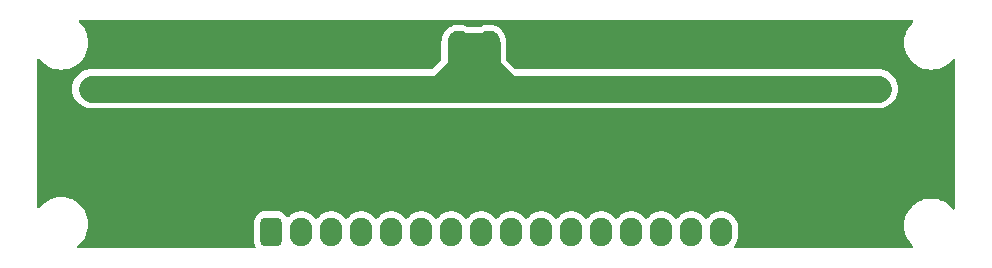
<source format=gbr>
%TF.GenerationSoftware,KiCad,Pcbnew,(6.0.4)*%
%TF.CreationDate,2022-09-19T09:43:28-03:00*%
%TF.ProjectId,Placa de sensores,506c6163-6120-4646-9520-73656e736f72,rev?*%
%TF.SameCoordinates,Original*%
%TF.FileFunction,Copper,L2,Bot*%
%TF.FilePolarity,Positive*%
%FSLAX46Y46*%
G04 Gerber Fmt 4.6, Leading zero omitted, Abs format (unit mm)*
G04 Created by KiCad (PCBNEW (6.0.4)) date 2022-09-19 09:43:28*
%MOMM*%
%LPD*%
G01*
G04 APERTURE LIST*
G04 Aperture macros list*
%AMRoundRect*
0 Rectangle with rounded corners*
0 $1 Rounding radius*
0 $2 $3 $4 $5 $6 $7 $8 $9 X,Y pos of 4 corners*
0 Add a 4 corners polygon primitive as box body*
4,1,4,$2,$3,$4,$5,$6,$7,$8,$9,$2,$3,0*
0 Add four circle primitives for the rounded corners*
1,1,$1+$1,$2,$3*
1,1,$1+$1,$4,$5*
1,1,$1+$1,$6,$7*
1,1,$1+$1,$8,$9*
0 Add four rect primitives between the rounded corners*
20,1,$1+$1,$2,$3,$4,$5,0*
20,1,$1+$1,$4,$5,$6,$7,0*
20,1,$1+$1,$6,$7,$8,$9,0*
20,1,$1+$1,$8,$9,$2,$3,0*%
G04 Aperture macros list end*
%TA.AperFunction,ComponentPad*%
%ADD10RoundRect,0.476250X0.476250X-0.730250X0.476250X0.730250X-0.476250X0.730250X-0.476250X-0.730250X0*%
%TD*%
%TA.AperFunction,ComponentPad*%
%ADD11O,1.905000X2.413000*%
%TD*%
%TA.AperFunction,ComponentPad*%
%ADD12RoundRect,0.476250X0.476250X-0.666750X0.476250X0.666750X-0.476250X0.666750X-0.476250X-0.666750X0*%
%TD*%
%TA.AperFunction,ComponentPad*%
%ADD13O,1.905000X2.286000*%
%TD*%
%TA.AperFunction,ViaPad*%
%ADD14C,1.778000*%
%TD*%
%TA.AperFunction,Conductor*%
%ADD15C,1.778000*%
%TD*%
%TA.AperFunction,Conductor*%
%ADD16C,1.905000*%
%TD*%
%TA.AperFunction,Conductor*%
%ADD17C,2.286000*%
%TD*%
%TA.AperFunction,Conductor*%
%ADD18C,1.016000*%
%TD*%
G04 APERTURE END LIST*
D10*
%TO.P,J1,1,Pin_1*%
%TO.N,/s1*%
X45720000Y-41275000D03*
D11*
%TO.P,J1,2,Pin_2*%
%TO.N,/s2*%
X48260000Y-41275000D03*
%TO.P,J1,3,Pin_3*%
%TO.N,/s3*%
X50800000Y-41275000D03*
%TO.P,J1,4,Pin_4*%
%TO.N,/s4*%
X53340000Y-41275000D03*
%TO.P,J1,5,Pin_5*%
%TO.N,/s5*%
X55880000Y-41275000D03*
%TO.P,J1,6,Pin_6*%
%TO.N,/s6*%
X58420000Y-41275000D03*
%TO.P,J1,7,Pin_7*%
%TO.N,/s7*%
X60960000Y-41275000D03*
%TO.P,J1,8,Pin_8*%
%TO.N,/s8*%
X63500000Y-41275000D03*
%TO.P,J1,9,Pin_9*%
%TO.N,/s9*%
X66040000Y-41275000D03*
%TO.P,J1,10,Pin_10*%
%TO.N,/s10*%
X68580000Y-41275000D03*
%TO.P,J1,11,Pin_11*%
%TO.N,/s11*%
X71120000Y-41275000D03*
%TO.P,J1,12,Pin_12*%
%TO.N,/s12*%
X73660000Y-41275000D03*
%TO.P,J1,13,Pin_13*%
%TO.N,/s13*%
X76200000Y-41275000D03*
%TO.P,J1,14,Pin_14*%
%TO.N,/s14*%
X78740000Y-41275000D03*
%TO.P,J1,15,Pin_15*%
%TO.N,/s15*%
X81280000Y-41275000D03*
%TO.P,J1,16,Pin_16*%
%TO.N,/s16*%
X83820000Y-41275000D03*
%TD*%
D12*
%TO.P,J2,1,Pin_1*%
%TO.N,GND*%
X59065008Y-25400000D03*
D13*
%TO.P,J2,2,Pin_2*%
%TO.N,+5V*%
X61605008Y-25400000D03*
%TO.P,J2,3,Pin_3*%
X64145008Y-25400000D03*
%TO.P,J2,4,Pin_4*%
%TO.N,GND*%
X66685008Y-25400000D03*
%TD*%
D14*
%TO.N,+5V*%
X57150000Y-29210000D03*
X61595000Y-29210000D03*
X92710000Y-29210000D03*
X34925000Y-29210000D03*
X39370000Y-29210000D03*
X70485000Y-29210000D03*
X97118141Y-29171103D03*
X66040000Y-29210000D03*
X52705000Y-29210000D03*
X74930000Y-29210000D03*
X43815000Y-29210000D03*
X83820000Y-29210000D03*
X88265000Y-29210000D03*
X48260000Y-29210000D03*
X79375000Y-29210000D03*
X30480000Y-29210000D03*
%TD*%
D15*
%TO.N,+5V*%
X64135000Y-25400000D02*
X62547500Y-26987500D01*
D16*
X64145008Y-25400000D02*
X64145008Y-27315008D01*
D17*
X30518887Y-29171113D02*
X59728887Y-29171113D01*
D16*
X61605008Y-25400000D02*
X64145008Y-25400000D01*
D18*
X30480000Y-29210000D02*
X30518897Y-29171103D01*
X61605000Y-25400000D02*
X61605000Y-26045000D01*
D16*
X61605008Y-25400000D02*
X61605008Y-29199992D01*
D18*
X64145000Y-25400000D02*
X64135000Y-25400000D01*
D16*
X61605008Y-26045008D02*
X62547500Y-26987500D01*
X61605008Y-25400000D02*
X61605008Y-27294992D01*
D18*
X61605000Y-29200000D02*
X61595000Y-29210000D01*
D16*
X64145008Y-27315008D02*
X66040000Y-29210000D01*
X61605008Y-27294992D02*
X59728887Y-29171113D01*
D15*
X62547500Y-26987500D02*
X64731113Y-29171113D01*
D17*
X64731113Y-29171113D02*
X97118145Y-29171113D01*
X59728887Y-29171113D02*
X64731113Y-29171113D01*
%TD*%
%TA.AperFunction,Conductor*%
%TO.N,GND*%
G36*
X100037181Y-23388502D02*
G01*
X100083674Y-23442158D01*
X100093778Y-23512432D01*
X100064284Y-23577012D01*
X100052137Y-23589232D01*
X99982827Y-23650015D01*
X99982820Y-23650022D01*
X99979731Y-23652731D01*
X99977022Y-23655820D01*
X99784823Y-23874980D01*
X99784819Y-23874986D01*
X99782105Y-23878080D01*
X99615584Y-24127297D01*
X99483017Y-24396117D01*
X99481692Y-24400022D01*
X99481691Y-24400023D01*
X99443545Y-24512399D01*
X99386672Y-24679940D01*
X99385868Y-24683984D01*
X99385866Y-24683990D01*
X99329961Y-24965044D01*
X99328197Y-24973911D01*
X99327928Y-24978016D01*
X99327927Y-24978023D01*
X99316578Y-25151187D01*
X99308594Y-25273000D01*
X99308864Y-25277119D01*
X99324857Y-25521122D01*
X99328197Y-25572089D01*
X99386672Y-25866060D01*
X99387999Y-25869969D01*
X99388000Y-25869973D01*
X99454687Y-26066426D01*
X99483017Y-26149883D01*
X99615584Y-26418703D01*
X99782105Y-26667920D01*
X99784819Y-26671014D01*
X99784823Y-26671020D01*
X99977022Y-26890180D01*
X99979731Y-26893269D01*
X99982820Y-26895978D01*
X100201980Y-27088177D01*
X100201986Y-27088181D01*
X100205080Y-27090895D01*
X100454297Y-27257416D01*
X100457996Y-27259240D01*
X100458001Y-27259243D01*
X100595905Y-27327249D01*
X100723117Y-27389983D01*
X100727022Y-27391308D01*
X100727023Y-27391309D01*
X101003027Y-27485000D01*
X101003031Y-27485001D01*
X101006940Y-27486328D01*
X101010984Y-27487132D01*
X101010990Y-27487134D01*
X101296872Y-27544000D01*
X101296878Y-27544001D01*
X101300911Y-27544803D01*
X101305016Y-27545072D01*
X101305023Y-27545073D01*
X101595881Y-27564136D01*
X101600000Y-27564406D01*
X101604119Y-27564136D01*
X101894977Y-27545073D01*
X101894984Y-27545072D01*
X101899089Y-27544803D01*
X101903122Y-27544001D01*
X101903128Y-27544000D01*
X102189010Y-27487134D01*
X102189016Y-27487132D01*
X102193060Y-27486328D01*
X102196969Y-27485001D01*
X102196973Y-27485000D01*
X102472977Y-27391309D01*
X102472978Y-27391308D01*
X102476883Y-27389983D01*
X102604095Y-27327249D01*
X102741999Y-27259243D01*
X102742004Y-27259240D01*
X102745703Y-27257416D01*
X102994920Y-27090895D01*
X102998014Y-27088181D01*
X102998020Y-27088177D01*
X103217180Y-26895978D01*
X103220269Y-26893269D01*
X103337910Y-26759125D01*
X103410768Y-26676047D01*
X103470722Y-26638020D01*
X103541717Y-26638442D01*
X103601214Y-26677181D01*
X103630322Y-26741936D01*
X103631500Y-26759125D01*
X103631500Y-39280875D01*
X103611498Y-39348996D01*
X103557842Y-39395489D01*
X103487568Y-39405593D01*
X103422988Y-39376099D01*
X103410768Y-39363953D01*
X103222978Y-39149820D01*
X103220269Y-39146731D01*
X103078976Y-39022820D01*
X102998020Y-38951823D01*
X102998014Y-38951819D01*
X102994920Y-38949105D01*
X102745703Y-38782584D01*
X102742004Y-38780760D01*
X102741999Y-38780757D01*
X102604095Y-38712751D01*
X102476883Y-38650017D01*
X102472977Y-38648691D01*
X102196973Y-38555000D01*
X102196969Y-38554999D01*
X102193060Y-38553672D01*
X102189016Y-38552868D01*
X102189010Y-38552866D01*
X101903128Y-38496000D01*
X101903122Y-38495999D01*
X101899089Y-38495197D01*
X101894984Y-38494928D01*
X101894977Y-38494927D01*
X101604119Y-38475864D01*
X101600000Y-38475594D01*
X101595881Y-38475864D01*
X101305023Y-38494927D01*
X101305016Y-38494928D01*
X101300911Y-38495197D01*
X101296878Y-38495999D01*
X101296872Y-38496000D01*
X101010990Y-38552866D01*
X101010984Y-38552868D01*
X101006940Y-38553672D01*
X101003031Y-38554999D01*
X101003027Y-38555000D01*
X100727023Y-38648691D01*
X100723117Y-38650017D01*
X100595905Y-38712751D01*
X100458001Y-38780757D01*
X100457996Y-38780760D01*
X100454297Y-38782584D01*
X100205080Y-38949105D01*
X100201986Y-38951819D01*
X100201980Y-38951823D01*
X100121024Y-39022820D01*
X99979731Y-39146731D01*
X99977022Y-39149820D01*
X99784823Y-39368980D01*
X99784819Y-39368986D01*
X99782105Y-39372080D01*
X99615584Y-39621297D01*
X99613760Y-39624996D01*
X99613757Y-39625001D01*
X99592796Y-39667507D01*
X99483017Y-39890117D01*
X99481692Y-39894022D01*
X99481691Y-39894023D01*
X99400624Y-40132840D01*
X99386672Y-40173940D01*
X99385868Y-40177984D01*
X99385866Y-40177990D01*
X99337816Y-40419554D01*
X99328197Y-40467911D01*
X99327928Y-40472016D01*
X99327927Y-40472023D01*
X99317188Y-40635881D01*
X99308594Y-40767000D01*
X99309887Y-40786724D01*
X99323043Y-40987446D01*
X99328197Y-41066089D01*
X99328999Y-41070122D01*
X99329000Y-41070128D01*
X99385866Y-41356010D01*
X99386672Y-41360060D01*
X99387999Y-41363969D01*
X99388000Y-41363973D01*
X99481691Y-41639977D01*
X99483017Y-41643883D01*
X99484841Y-41647581D01*
X99559298Y-41798565D01*
X99615584Y-41912703D01*
X99782105Y-42161920D01*
X99784819Y-42165014D01*
X99784823Y-42165020D01*
X99957066Y-42361425D01*
X99979731Y-42387269D01*
X99982820Y-42389978D01*
X99982827Y-42389985D01*
X100052137Y-42450768D01*
X100090165Y-42510721D01*
X100089743Y-42581717D01*
X100051005Y-42641214D01*
X99986250Y-42670322D01*
X99969060Y-42671500D01*
X85043838Y-42671500D01*
X84975717Y-42651498D01*
X84929224Y-42597842D01*
X84919120Y-42527568D01*
X84952746Y-42458448D01*
X84959301Y-42451588D01*
X85089811Y-42260269D01*
X85091774Y-42257391D01*
X85091775Y-42257390D01*
X85094686Y-42253122D01*
X85102664Y-42235936D01*
X85193658Y-42039905D01*
X85193659Y-42039901D01*
X85195837Y-42035210D01*
X85260040Y-41803702D01*
X85272167Y-41690226D01*
X85280644Y-41610907D01*
X85280644Y-41610899D01*
X85281000Y-41607572D01*
X85281000Y-40960098D01*
X85266322Y-40781563D01*
X85207794Y-40548556D01*
X85151703Y-40419554D01*
X85114057Y-40332974D01*
X85114055Y-40332971D01*
X85111997Y-40328237D01*
X85021645Y-40188575D01*
X84984310Y-40130863D01*
X84984308Y-40130860D01*
X84981502Y-40126523D01*
X84819814Y-39948830D01*
X84694390Y-39849776D01*
X84635330Y-39803133D01*
X84635325Y-39803130D01*
X84631276Y-39799932D01*
X84626760Y-39797439D01*
X84626757Y-39797437D01*
X84425474Y-39686323D01*
X84425470Y-39686321D01*
X84420950Y-39683826D01*
X84416081Y-39682102D01*
X84416077Y-39682100D01*
X84199360Y-39605356D01*
X84199356Y-39605355D01*
X84194485Y-39603630D01*
X84189392Y-39602723D01*
X84189389Y-39602722D01*
X83963052Y-39562405D01*
X83963046Y-39562404D01*
X83957963Y-39561499D01*
X83870600Y-39560432D01*
X83722907Y-39558627D01*
X83722905Y-39558627D01*
X83717737Y-39558564D01*
X83480256Y-39594904D01*
X83376957Y-39628667D01*
X83256817Y-39667934D01*
X83256811Y-39667937D01*
X83251899Y-39669542D01*
X83247313Y-39671929D01*
X83247309Y-39671931D01*
X83150310Y-39722426D01*
X83038800Y-39780475D01*
X83034657Y-39783585D01*
X83034658Y-39783585D01*
X82892771Y-39890117D01*
X82846680Y-39924723D01*
X82680699Y-40098412D01*
X82655465Y-40135403D01*
X82600556Y-40180404D01*
X82530032Y-40188575D01*
X82466284Y-40157321D01*
X82445589Y-40132840D01*
X82444311Y-40130865D01*
X82441502Y-40126523D01*
X82279814Y-39948830D01*
X82154390Y-39849776D01*
X82095330Y-39803133D01*
X82095325Y-39803130D01*
X82091276Y-39799932D01*
X82086760Y-39797439D01*
X82086757Y-39797437D01*
X81885474Y-39686323D01*
X81885470Y-39686321D01*
X81880950Y-39683826D01*
X81876081Y-39682102D01*
X81876077Y-39682100D01*
X81659360Y-39605356D01*
X81659356Y-39605355D01*
X81654485Y-39603630D01*
X81649392Y-39602723D01*
X81649389Y-39602722D01*
X81423052Y-39562405D01*
X81423046Y-39562404D01*
X81417963Y-39561499D01*
X81330600Y-39560432D01*
X81182907Y-39558627D01*
X81182905Y-39558627D01*
X81177737Y-39558564D01*
X80940256Y-39594904D01*
X80836957Y-39628667D01*
X80716817Y-39667934D01*
X80716811Y-39667937D01*
X80711899Y-39669542D01*
X80707313Y-39671929D01*
X80707309Y-39671931D01*
X80610310Y-39722426D01*
X80498800Y-39780475D01*
X80494657Y-39783585D01*
X80494658Y-39783585D01*
X80352771Y-39890117D01*
X80306680Y-39924723D01*
X80140699Y-40098412D01*
X80115465Y-40135403D01*
X80060556Y-40180404D01*
X79990032Y-40188575D01*
X79926284Y-40157321D01*
X79905589Y-40132840D01*
X79904311Y-40130865D01*
X79901502Y-40126523D01*
X79739814Y-39948830D01*
X79614390Y-39849776D01*
X79555330Y-39803133D01*
X79555325Y-39803130D01*
X79551276Y-39799932D01*
X79546760Y-39797439D01*
X79546757Y-39797437D01*
X79345474Y-39686323D01*
X79345470Y-39686321D01*
X79340950Y-39683826D01*
X79336081Y-39682102D01*
X79336077Y-39682100D01*
X79119360Y-39605356D01*
X79119356Y-39605355D01*
X79114485Y-39603630D01*
X79109392Y-39602723D01*
X79109389Y-39602722D01*
X78883052Y-39562405D01*
X78883046Y-39562404D01*
X78877963Y-39561499D01*
X78790600Y-39560432D01*
X78642907Y-39558627D01*
X78642905Y-39558627D01*
X78637737Y-39558564D01*
X78400256Y-39594904D01*
X78296957Y-39628667D01*
X78176817Y-39667934D01*
X78176811Y-39667937D01*
X78171899Y-39669542D01*
X78167313Y-39671929D01*
X78167309Y-39671931D01*
X78070310Y-39722426D01*
X77958800Y-39780475D01*
X77954657Y-39783585D01*
X77954658Y-39783585D01*
X77812771Y-39890117D01*
X77766680Y-39924723D01*
X77600699Y-40098412D01*
X77575465Y-40135403D01*
X77520556Y-40180404D01*
X77450032Y-40188575D01*
X77386284Y-40157321D01*
X77365589Y-40132840D01*
X77364311Y-40130865D01*
X77361502Y-40126523D01*
X77199814Y-39948830D01*
X77074390Y-39849776D01*
X77015330Y-39803133D01*
X77015325Y-39803130D01*
X77011276Y-39799932D01*
X77006760Y-39797439D01*
X77006757Y-39797437D01*
X76805474Y-39686323D01*
X76805470Y-39686321D01*
X76800950Y-39683826D01*
X76796081Y-39682102D01*
X76796077Y-39682100D01*
X76579360Y-39605356D01*
X76579356Y-39605355D01*
X76574485Y-39603630D01*
X76569392Y-39602723D01*
X76569389Y-39602722D01*
X76343052Y-39562405D01*
X76343046Y-39562404D01*
X76337963Y-39561499D01*
X76250600Y-39560432D01*
X76102907Y-39558627D01*
X76102905Y-39558627D01*
X76097737Y-39558564D01*
X75860256Y-39594904D01*
X75756957Y-39628667D01*
X75636817Y-39667934D01*
X75636811Y-39667937D01*
X75631899Y-39669542D01*
X75627313Y-39671929D01*
X75627309Y-39671931D01*
X75530310Y-39722426D01*
X75418800Y-39780475D01*
X75414657Y-39783585D01*
X75414658Y-39783585D01*
X75272771Y-39890117D01*
X75226680Y-39924723D01*
X75060699Y-40098412D01*
X75035465Y-40135403D01*
X74980556Y-40180404D01*
X74910032Y-40188575D01*
X74846284Y-40157321D01*
X74825589Y-40132840D01*
X74824311Y-40130865D01*
X74821502Y-40126523D01*
X74659814Y-39948830D01*
X74534390Y-39849776D01*
X74475330Y-39803133D01*
X74475325Y-39803130D01*
X74471276Y-39799932D01*
X74466760Y-39797439D01*
X74466757Y-39797437D01*
X74265474Y-39686323D01*
X74265470Y-39686321D01*
X74260950Y-39683826D01*
X74256081Y-39682102D01*
X74256077Y-39682100D01*
X74039360Y-39605356D01*
X74039356Y-39605355D01*
X74034485Y-39603630D01*
X74029392Y-39602723D01*
X74029389Y-39602722D01*
X73803052Y-39562405D01*
X73803046Y-39562404D01*
X73797963Y-39561499D01*
X73710600Y-39560432D01*
X73562907Y-39558627D01*
X73562905Y-39558627D01*
X73557737Y-39558564D01*
X73320256Y-39594904D01*
X73216957Y-39628667D01*
X73096817Y-39667934D01*
X73096811Y-39667937D01*
X73091899Y-39669542D01*
X73087313Y-39671929D01*
X73087309Y-39671931D01*
X72990310Y-39722426D01*
X72878800Y-39780475D01*
X72874657Y-39783585D01*
X72874658Y-39783585D01*
X72732771Y-39890117D01*
X72686680Y-39924723D01*
X72520699Y-40098412D01*
X72495465Y-40135403D01*
X72440556Y-40180404D01*
X72370032Y-40188575D01*
X72306284Y-40157321D01*
X72285589Y-40132840D01*
X72284311Y-40130865D01*
X72281502Y-40126523D01*
X72119814Y-39948830D01*
X71994390Y-39849776D01*
X71935330Y-39803133D01*
X71935325Y-39803130D01*
X71931276Y-39799932D01*
X71926760Y-39797439D01*
X71926757Y-39797437D01*
X71725474Y-39686323D01*
X71725470Y-39686321D01*
X71720950Y-39683826D01*
X71716081Y-39682102D01*
X71716077Y-39682100D01*
X71499360Y-39605356D01*
X71499356Y-39605355D01*
X71494485Y-39603630D01*
X71489392Y-39602723D01*
X71489389Y-39602722D01*
X71263052Y-39562405D01*
X71263046Y-39562404D01*
X71257963Y-39561499D01*
X71170600Y-39560432D01*
X71022907Y-39558627D01*
X71022905Y-39558627D01*
X71017737Y-39558564D01*
X70780256Y-39594904D01*
X70676957Y-39628667D01*
X70556817Y-39667934D01*
X70556811Y-39667937D01*
X70551899Y-39669542D01*
X70547313Y-39671929D01*
X70547309Y-39671931D01*
X70450310Y-39722426D01*
X70338800Y-39780475D01*
X70334657Y-39783585D01*
X70334658Y-39783585D01*
X70192771Y-39890117D01*
X70146680Y-39924723D01*
X69980699Y-40098412D01*
X69955465Y-40135403D01*
X69900556Y-40180404D01*
X69830032Y-40188575D01*
X69766284Y-40157321D01*
X69745589Y-40132840D01*
X69744311Y-40130865D01*
X69741502Y-40126523D01*
X69579814Y-39948830D01*
X69454390Y-39849776D01*
X69395330Y-39803133D01*
X69395325Y-39803130D01*
X69391276Y-39799932D01*
X69386760Y-39797439D01*
X69386757Y-39797437D01*
X69185474Y-39686323D01*
X69185470Y-39686321D01*
X69180950Y-39683826D01*
X69176081Y-39682102D01*
X69176077Y-39682100D01*
X68959360Y-39605356D01*
X68959356Y-39605355D01*
X68954485Y-39603630D01*
X68949392Y-39602723D01*
X68949389Y-39602722D01*
X68723052Y-39562405D01*
X68723046Y-39562404D01*
X68717963Y-39561499D01*
X68630600Y-39560432D01*
X68482907Y-39558627D01*
X68482905Y-39558627D01*
X68477737Y-39558564D01*
X68240256Y-39594904D01*
X68136957Y-39628667D01*
X68016817Y-39667934D01*
X68016811Y-39667937D01*
X68011899Y-39669542D01*
X68007313Y-39671929D01*
X68007309Y-39671931D01*
X67910310Y-39722426D01*
X67798800Y-39780475D01*
X67794657Y-39783585D01*
X67794658Y-39783585D01*
X67652771Y-39890117D01*
X67606680Y-39924723D01*
X67440699Y-40098412D01*
X67415465Y-40135403D01*
X67360556Y-40180404D01*
X67290032Y-40188575D01*
X67226284Y-40157321D01*
X67205589Y-40132840D01*
X67204311Y-40130865D01*
X67201502Y-40126523D01*
X67039814Y-39948830D01*
X66914390Y-39849776D01*
X66855330Y-39803133D01*
X66855325Y-39803130D01*
X66851276Y-39799932D01*
X66846760Y-39797439D01*
X66846757Y-39797437D01*
X66645474Y-39686323D01*
X66645470Y-39686321D01*
X66640950Y-39683826D01*
X66636081Y-39682102D01*
X66636077Y-39682100D01*
X66419360Y-39605356D01*
X66419356Y-39605355D01*
X66414485Y-39603630D01*
X66409392Y-39602723D01*
X66409389Y-39602722D01*
X66183052Y-39562405D01*
X66183046Y-39562404D01*
X66177963Y-39561499D01*
X66090600Y-39560432D01*
X65942907Y-39558627D01*
X65942905Y-39558627D01*
X65937737Y-39558564D01*
X65700256Y-39594904D01*
X65596957Y-39628667D01*
X65476817Y-39667934D01*
X65476811Y-39667937D01*
X65471899Y-39669542D01*
X65467313Y-39671929D01*
X65467309Y-39671931D01*
X65370310Y-39722426D01*
X65258800Y-39780475D01*
X65254657Y-39783585D01*
X65254658Y-39783585D01*
X65112771Y-39890117D01*
X65066680Y-39924723D01*
X64900699Y-40098412D01*
X64875465Y-40135403D01*
X64820556Y-40180404D01*
X64750032Y-40188575D01*
X64686284Y-40157321D01*
X64665589Y-40132840D01*
X64664311Y-40130865D01*
X64661502Y-40126523D01*
X64499814Y-39948830D01*
X64374390Y-39849776D01*
X64315330Y-39803133D01*
X64315325Y-39803130D01*
X64311276Y-39799932D01*
X64306760Y-39797439D01*
X64306757Y-39797437D01*
X64105474Y-39686323D01*
X64105470Y-39686321D01*
X64100950Y-39683826D01*
X64096081Y-39682102D01*
X64096077Y-39682100D01*
X63879360Y-39605356D01*
X63879356Y-39605355D01*
X63874485Y-39603630D01*
X63869392Y-39602723D01*
X63869389Y-39602722D01*
X63643052Y-39562405D01*
X63643046Y-39562404D01*
X63637963Y-39561499D01*
X63550600Y-39560432D01*
X63402907Y-39558627D01*
X63402905Y-39558627D01*
X63397737Y-39558564D01*
X63160256Y-39594904D01*
X63056957Y-39628667D01*
X62936817Y-39667934D01*
X62936811Y-39667937D01*
X62931899Y-39669542D01*
X62927313Y-39671929D01*
X62927309Y-39671931D01*
X62830310Y-39722426D01*
X62718800Y-39780475D01*
X62714657Y-39783585D01*
X62714658Y-39783585D01*
X62572771Y-39890117D01*
X62526680Y-39924723D01*
X62360699Y-40098412D01*
X62335465Y-40135403D01*
X62280556Y-40180404D01*
X62210032Y-40188575D01*
X62146284Y-40157321D01*
X62125589Y-40132840D01*
X62124311Y-40130865D01*
X62121502Y-40126523D01*
X61959814Y-39948830D01*
X61834390Y-39849776D01*
X61775330Y-39803133D01*
X61775325Y-39803130D01*
X61771276Y-39799932D01*
X61766760Y-39797439D01*
X61766757Y-39797437D01*
X61565474Y-39686323D01*
X61565470Y-39686321D01*
X61560950Y-39683826D01*
X61556081Y-39682102D01*
X61556077Y-39682100D01*
X61339360Y-39605356D01*
X61339356Y-39605355D01*
X61334485Y-39603630D01*
X61329392Y-39602723D01*
X61329389Y-39602722D01*
X61103052Y-39562405D01*
X61103046Y-39562404D01*
X61097963Y-39561499D01*
X61010600Y-39560432D01*
X60862907Y-39558627D01*
X60862905Y-39558627D01*
X60857737Y-39558564D01*
X60620256Y-39594904D01*
X60516957Y-39628667D01*
X60396817Y-39667934D01*
X60396811Y-39667937D01*
X60391899Y-39669542D01*
X60387313Y-39671929D01*
X60387309Y-39671931D01*
X60290310Y-39722426D01*
X60178800Y-39780475D01*
X60174657Y-39783585D01*
X60174658Y-39783585D01*
X60032771Y-39890117D01*
X59986680Y-39924723D01*
X59820699Y-40098412D01*
X59795465Y-40135403D01*
X59740556Y-40180404D01*
X59670032Y-40188575D01*
X59606284Y-40157321D01*
X59585589Y-40132840D01*
X59584311Y-40130865D01*
X59581502Y-40126523D01*
X59419814Y-39948830D01*
X59294390Y-39849776D01*
X59235330Y-39803133D01*
X59235325Y-39803130D01*
X59231276Y-39799932D01*
X59226760Y-39797439D01*
X59226757Y-39797437D01*
X59025474Y-39686323D01*
X59025470Y-39686321D01*
X59020950Y-39683826D01*
X59016081Y-39682102D01*
X59016077Y-39682100D01*
X58799360Y-39605356D01*
X58799356Y-39605355D01*
X58794485Y-39603630D01*
X58789392Y-39602723D01*
X58789389Y-39602722D01*
X58563052Y-39562405D01*
X58563046Y-39562404D01*
X58557963Y-39561499D01*
X58470600Y-39560432D01*
X58322907Y-39558627D01*
X58322905Y-39558627D01*
X58317737Y-39558564D01*
X58080256Y-39594904D01*
X57976957Y-39628667D01*
X57856817Y-39667934D01*
X57856811Y-39667937D01*
X57851899Y-39669542D01*
X57847313Y-39671929D01*
X57847309Y-39671931D01*
X57750310Y-39722426D01*
X57638800Y-39780475D01*
X57634657Y-39783585D01*
X57634658Y-39783585D01*
X57492771Y-39890117D01*
X57446680Y-39924723D01*
X57280699Y-40098412D01*
X57255465Y-40135403D01*
X57200556Y-40180404D01*
X57130032Y-40188575D01*
X57066284Y-40157321D01*
X57045589Y-40132840D01*
X57044311Y-40130865D01*
X57041502Y-40126523D01*
X56879814Y-39948830D01*
X56754390Y-39849776D01*
X56695330Y-39803133D01*
X56695325Y-39803130D01*
X56691276Y-39799932D01*
X56686760Y-39797439D01*
X56686757Y-39797437D01*
X56485474Y-39686323D01*
X56485470Y-39686321D01*
X56480950Y-39683826D01*
X56476081Y-39682102D01*
X56476077Y-39682100D01*
X56259360Y-39605356D01*
X56259356Y-39605355D01*
X56254485Y-39603630D01*
X56249392Y-39602723D01*
X56249389Y-39602722D01*
X56023052Y-39562405D01*
X56023046Y-39562404D01*
X56017963Y-39561499D01*
X55930600Y-39560432D01*
X55782907Y-39558627D01*
X55782905Y-39558627D01*
X55777737Y-39558564D01*
X55540256Y-39594904D01*
X55436957Y-39628667D01*
X55316817Y-39667934D01*
X55316811Y-39667937D01*
X55311899Y-39669542D01*
X55307313Y-39671929D01*
X55307309Y-39671931D01*
X55210310Y-39722426D01*
X55098800Y-39780475D01*
X55094657Y-39783585D01*
X55094658Y-39783585D01*
X54952771Y-39890117D01*
X54906680Y-39924723D01*
X54740699Y-40098412D01*
X54715465Y-40135403D01*
X54660556Y-40180404D01*
X54590032Y-40188575D01*
X54526284Y-40157321D01*
X54505589Y-40132840D01*
X54504311Y-40130865D01*
X54501502Y-40126523D01*
X54339814Y-39948830D01*
X54214390Y-39849776D01*
X54155330Y-39803133D01*
X54155325Y-39803130D01*
X54151276Y-39799932D01*
X54146760Y-39797439D01*
X54146757Y-39797437D01*
X53945474Y-39686323D01*
X53945470Y-39686321D01*
X53940950Y-39683826D01*
X53936081Y-39682102D01*
X53936077Y-39682100D01*
X53719360Y-39605356D01*
X53719356Y-39605355D01*
X53714485Y-39603630D01*
X53709392Y-39602723D01*
X53709389Y-39602722D01*
X53483052Y-39562405D01*
X53483046Y-39562404D01*
X53477963Y-39561499D01*
X53390600Y-39560432D01*
X53242907Y-39558627D01*
X53242905Y-39558627D01*
X53237737Y-39558564D01*
X53000256Y-39594904D01*
X52896957Y-39628667D01*
X52776817Y-39667934D01*
X52776811Y-39667937D01*
X52771899Y-39669542D01*
X52767313Y-39671929D01*
X52767309Y-39671931D01*
X52670310Y-39722426D01*
X52558800Y-39780475D01*
X52554657Y-39783585D01*
X52554658Y-39783585D01*
X52412771Y-39890117D01*
X52366680Y-39924723D01*
X52200699Y-40098412D01*
X52175465Y-40135403D01*
X52120556Y-40180404D01*
X52050032Y-40188575D01*
X51986284Y-40157321D01*
X51965589Y-40132840D01*
X51964311Y-40130865D01*
X51961502Y-40126523D01*
X51799814Y-39948830D01*
X51674390Y-39849776D01*
X51615330Y-39803133D01*
X51615325Y-39803130D01*
X51611276Y-39799932D01*
X51606760Y-39797439D01*
X51606757Y-39797437D01*
X51405474Y-39686323D01*
X51405470Y-39686321D01*
X51400950Y-39683826D01*
X51396081Y-39682102D01*
X51396077Y-39682100D01*
X51179360Y-39605356D01*
X51179356Y-39605355D01*
X51174485Y-39603630D01*
X51169392Y-39602723D01*
X51169389Y-39602722D01*
X50943052Y-39562405D01*
X50943046Y-39562404D01*
X50937963Y-39561499D01*
X50850600Y-39560432D01*
X50702907Y-39558627D01*
X50702905Y-39558627D01*
X50697737Y-39558564D01*
X50460256Y-39594904D01*
X50356957Y-39628667D01*
X50236817Y-39667934D01*
X50236811Y-39667937D01*
X50231899Y-39669542D01*
X50227313Y-39671929D01*
X50227309Y-39671931D01*
X50130310Y-39722426D01*
X50018800Y-39780475D01*
X50014657Y-39783585D01*
X50014658Y-39783585D01*
X49872771Y-39890117D01*
X49826680Y-39924723D01*
X49660699Y-40098412D01*
X49635465Y-40135403D01*
X49580556Y-40180404D01*
X49510032Y-40188575D01*
X49446284Y-40157321D01*
X49425589Y-40132840D01*
X49424311Y-40130865D01*
X49421502Y-40126523D01*
X49259814Y-39948830D01*
X49134390Y-39849776D01*
X49075330Y-39803133D01*
X49075325Y-39803130D01*
X49071276Y-39799932D01*
X49066760Y-39797439D01*
X49066757Y-39797437D01*
X48865474Y-39686323D01*
X48865470Y-39686321D01*
X48860950Y-39683826D01*
X48856081Y-39682102D01*
X48856077Y-39682100D01*
X48639360Y-39605356D01*
X48639356Y-39605355D01*
X48634485Y-39603630D01*
X48629392Y-39602723D01*
X48629389Y-39602722D01*
X48403052Y-39562405D01*
X48403046Y-39562404D01*
X48397963Y-39561499D01*
X48310600Y-39560432D01*
X48162907Y-39558627D01*
X48162905Y-39558627D01*
X48157737Y-39558564D01*
X47920256Y-39594904D01*
X47816957Y-39628667D01*
X47696817Y-39667934D01*
X47696811Y-39667937D01*
X47691899Y-39669542D01*
X47687313Y-39671929D01*
X47687309Y-39671931D01*
X47590310Y-39722426D01*
X47478800Y-39780475D01*
X47474657Y-39783585D01*
X47474658Y-39783585D01*
X47332771Y-39890117D01*
X47286680Y-39924723D01*
X47219594Y-39994925D01*
X47209704Y-40005274D01*
X47148180Y-40040704D01*
X47077267Y-40037247D01*
X47020967Y-39997859D01*
X46900193Y-39849776D01*
X46896164Y-39844836D01*
X46741131Y-39718394D01*
X46563840Y-39625709D01*
X46371533Y-39570566D01*
X46338879Y-39567652D01*
X46255939Y-39560249D01*
X46255933Y-39560249D01*
X46253146Y-39560000D01*
X45186854Y-39560000D01*
X45184067Y-39560249D01*
X45184061Y-39560249D01*
X45101121Y-39567652D01*
X45068467Y-39570566D01*
X44876160Y-39625709D01*
X44698869Y-39718394D01*
X44543836Y-39844836D01*
X44417394Y-39999869D01*
X44324709Y-40177160D01*
X44269566Y-40369467D01*
X44259000Y-40487854D01*
X44259000Y-42062146D01*
X44269566Y-42180533D01*
X44324709Y-42372840D01*
X44327667Y-42378498D01*
X44384455Y-42487125D01*
X44398289Y-42556761D01*
X44372279Y-42622822D01*
X44314682Y-42664333D01*
X44272793Y-42671500D01*
X29426125Y-42671500D01*
X29358004Y-42651498D01*
X29311511Y-42597842D01*
X29301407Y-42527568D01*
X29330901Y-42462988D01*
X29343047Y-42450768D01*
X29557180Y-42262978D01*
X29560269Y-42260269D01*
X29570647Y-42248435D01*
X29755177Y-42038020D01*
X29755181Y-42038014D01*
X29757895Y-42034920D01*
X29924416Y-41785703D01*
X30056983Y-41516883D01*
X30077644Y-41456019D01*
X30152000Y-41236973D01*
X30152001Y-41236969D01*
X30153328Y-41233060D01*
X30154134Y-41229010D01*
X30211000Y-40943128D01*
X30211001Y-40943122D01*
X30211803Y-40939089D01*
X30216958Y-40860446D01*
X30231136Y-40644119D01*
X30231406Y-40640000D01*
X30221251Y-40485061D01*
X30212073Y-40345023D01*
X30212072Y-40345016D01*
X30211803Y-40340911D01*
X30210225Y-40332974D01*
X30154134Y-40050990D01*
X30154132Y-40050984D01*
X30153328Y-40046940D01*
X30139185Y-40005274D01*
X30058309Y-39767023D01*
X30058308Y-39767022D01*
X30056983Y-39763117D01*
X29924416Y-39494297D01*
X29757895Y-39245080D01*
X29755181Y-39241986D01*
X29755177Y-39241980D01*
X29562978Y-39022820D01*
X29560269Y-39019731D01*
X29477122Y-38946813D01*
X29338020Y-38824823D01*
X29338014Y-38824819D01*
X29334920Y-38822105D01*
X29085703Y-38655584D01*
X29082004Y-38653760D01*
X29081999Y-38653757D01*
X28877411Y-38552866D01*
X28816883Y-38523017D01*
X28677975Y-38475864D01*
X28536973Y-38428000D01*
X28536969Y-38427999D01*
X28533060Y-38426672D01*
X28529016Y-38425868D01*
X28529010Y-38425866D01*
X28243128Y-38369000D01*
X28243122Y-38368999D01*
X28239089Y-38368197D01*
X28234984Y-38367928D01*
X28234977Y-38367927D01*
X27944119Y-38348864D01*
X27940000Y-38348594D01*
X27935881Y-38348864D01*
X27645023Y-38367927D01*
X27645016Y-38367928D01*
X27640911Y-38368197D01*
X27636878Y-38368999D01*
X27636872Y-38369000D01*
X27350990Y-38425866D01*
X27350984Y-38425868D01*
X27346940Y-38426672D01*
X27343031Y-38427999D01*
X27343027Y-38428000D01*
X27202025Y-38475864D01*
X27063117Y-38523017D01*
X27002589Y-38552866D01*
X26798001Y-38653757D01*
X26797996Y-38653760D01*
X26794297Y-38655584D01*
X26545080Y-38822105D01*
X26541986Y-38824819D01*
X26541980Y-38824823D01*
X26402878Y-38946813D01*
X26319731Y-39019731D01*
X26317022Y-39022820D01*
X26129232Y-39236953D01*
X26069278Y-39274980D01*
X25998283Y-39274558D01*
X25938786Y-39235819D01*
X25909678Y-39171064D01*
X25908500Y-39153875D01*
X25908500Y-29171113D01*
X28862280Y-29171113D01*
X28882676Y-29430263D01*
X28943360Y-29683033D01*
X29042839Y-29923197D01*
X29178664Y-30144842D01*
X29347489Y-30342511D01*
X29545158Y-30511336D01*
X29766803Y-30647161D01*
X29771373Y-30649054D01*
X29771375Y-30649055D01*
X30002394Y-30744746D01*
X30006967Y-30746640D01*
X30093430Y-30767398D01*
X30254924Y-30806169D01*
X30254930Y-30806170D01*
X30259737Y-30807324D01*
X30362190Y-30815387D01*
X30451542Y-30822420D01*
X30451549Y-30822420D01*
X30453998Y-30822613D01*
X97183034Y-30822613D01*
X97185483Y-30822420D01*
X97185490Y-30822420D01*
X97274842Y-30815387D01*
X97377295Y-30807324D01*
X97382102Y-30806170D01*
X97382108Y-30806169D01*
X97543602Y-30767398D01*
X97630065Y-30746640D01*
X97634638Y-30744746D01*
X97865657Y-30649055D01*
X97865659Y-30649054D01*
X97870229Y-30647161D01*
X98091874Y-30511336D01*
X98289543Y-30342511D01*
X98458368Y-30144842D01*
X98594193Y-29923197D01*
X98693672Y-29683033D01*
X98754356Y-29430263D01*
X98774752Y-29171113D01*
X98754356Y-28911963D01*
X98693672Y-28659193D01*
X98594193Y-28419029D01*
X98458368Y-28197384D01*
X98289543Y-27999715D01*
X98091874Y-27830890D01*
X97870229Y-27695065D01*
X97865659Y-27693172D01*
X97865657Y-27693171D01*
X97634638Y-27597480D01*
X97634636Y-27597479D01*
X97630065Y-27595586D01*
X97543602Y-27574828D01*
X97382108Y-27536057D01*
X97382102Y-27536056D01*
X97377295Y-27534902D01*
X97274842Y-27526839D01*
X97185490Y-27519806D01*
X97185483Y-27519806D01*
X97183034Y-27519613D01*
X66467969Y-27519613D01*
X66399848Y-27499611D01*
X66378874Y-27482708D01*
X65642913Y-26746747D01*
X65608887Y-26684435D01*
X65606008Y-26657652D01*
X65606008Y-25416074D01*
X65606017Y-25414535D01*
X65607381Y-25302906D01*
X65607381Y-25302904D01*
X65607444Y-25297737D01*
X65606662Y-25292624D01*
X65606315Y-25287671D01*
X65606008Y-25278878D01*
X65606008Y-25148598D01*
X65604832Y-25134285D01*
X65591754Y-24975224D01*
X65591330Y-24970063D01*
X65532802Y-24737056D01*
X65437005Y-24516737D01*
X65306510Y-24315023D01*
X65144822Y-24137330D01*
X65067991Y-24076653D01*
X64960338Y-23991633D01*
X64960333Y-23991630D01*
X64956284Y-23988432D01*
X64951768Y-23985939D01*
X64951765Y-23985937D01*
X64750482Y-23874823D01*
X64750478Y-23874821D01*
X64745958Y-23872326D01*
X64741089Y-23870602D01*
X64741085Y-23870600D01*
X64524368Y-23793856D01*
X64524364Y-23793855D01*
X64519493Y-23792130D01*
X64514400Y-23791223D01*
X64514397Y-23791222D01*
X64288060Y-23750905D01*
X64288054Y-23750904D01*
X64282971Y-23749999D01*
X64195608Y-23748932D01*
X64047915Y-23747127D01*
X64047913Y-23747127D01*
X64042745Y-23747064D01*
X63805264Y-23783404D01*
X63693011Y-23820094D01*
X63581825Y-23856434D01*
X63581819Y-23856437D01*
X63576907Y-23858042D01*
X63572321Y-23860429D01*
X63572317Y-23860431D01*
X63448738Y-23924763D01*
X63390557Y-23939000D01*
X62359207Y-23939000D01*
X62298314Y-23923309D01*
X62258787Y-23901489D01*
X62205958Y-23872326D01*
X62201089Y-23870602D01*
X62201085Y-23870600D01*
X61984368Y-23793856D01*
X61984364Y-23793855D01*
X61979493Y-23792130D01*
X61974400Y-23791223D01*
X61974397Y-23791222D01*
X61748060Y-23750905D01*
X61748054Y-23750904D01*
X61742971Y-23749999D01*
X61655608Y-23748932D01*
X61507915Y-23747127D01*
X61507913Y-23747127D01*
X61502745Y-23747064D01*
X61265264Y-23783404D01*
X61153011Y-23820094D01*
X61041825Y-23856434D01*
X61041819Y-23856437D01*
X61036907Y-23858042D01*
X61032321Y-23860429D01*
X61032317Y-23860431D01*
X60934037Y-23911593D01*
X60823808Y-23968975D01*
X60631688Y-24113223D01*
X60465707Y-24286912D01*
X60330322Y-24485378D01*
X60328148Y-24490061D01*
X60328146Y-24490065D01*
X60231350Y-24698595D01*
X60229171Y-24703290D01*
X60164968Y-24934798D01*
X60164419Y-24939935D01*
X60152384Y-25052554D01*
X60144008Y-25130928D01*
X60144008Y-25383926D01*
X60143999Y-25385464D01*
X60142572Y-25502263D01*
X60143354Y-25507376D01*
X60143701Y-25512329D01*
X60144008Y-25521122D01*
X60144008Y-25932096D01*
X60142751Y-25949849D01*
X60141582Y-25958064D01*
X60141699Y-25963226D01*
X60141699Y-25963228D01*
X60143976Y-26063568D01*
X60144008Y-26066426D01*
X60144008Y-26637636D01*
X60124006Y-26705757D01*
X60107103Y-26726731D01*
X59351126Y-27482708D01*
X59288814Y-27516734D01*
X59262031Y-27519613D01*
X30453998Y-27519613D01*
X30451549Y-27519806D01*
X30451542Y-27519806D01*
X30362190Y-27526839D01*
X30259737Y-27534902D01*
X30254930Y-27536056D01*
X30254924Y-27536057D01*
X30093430Y-27574828D01*
X30006967Y-27595586D01*
X30002396Y-27597479D01*
X30002394Y-27597480D01*
X29771375Y-27693171D01*
X29771373Y-27693172D01*
X29766803Y-27695065D01*
X29545158Y-27830890D01*
X29347489Y-27999715D01*
X29178664Y-28197384D01*
X29042839Y-28419029D01*
X28943360Y-28659193D01*
X28882676Y-28911963D01*
X28862280Y-29171113D01*
X25908500Y-29171113D01*
X25908500Y-26759125D01*
X25928502Y-26691004D01*
X25982158Y-26644511D01*
X26052432Y-26634407D01*
X26117012Y-26663901D01*
X26129232Y-26676047D01*
X26202090Y-26759125D01*
X26319731Y-26893269D01*
X26322820Y-26895978D01*
X26541980Y-27088177D01*
X26541986Y-27088181D01*
X26545080Y-27090895D01*
X26794297Y-27257416D01*
X26797996Y-27259240D01*
X26798001Y-27259243D01*
X26935905Y-27327249D01*
X27063117Y-27389983D01*
X27067022Y-27391308D01*
X27067023Y-27391309D01*
X27343027Y-27485000D01*
X27343031Y-27485001D01*
X27346940Y-27486328D01*
X27350984Y-27487132D01*
X27350990Y-27487134D01*
X27636872Y-27544000D01*
X27636878Y-27544001D01*
X27640911Y-27544803D01*
X27645016Y-27545072D01*
X27645023Y-27545073D01*
X27935881Y-27564136D01*
X27940000Y-27564406D01*
X27944119Y-27564136D01*
X28234977Y-27545073D01*
X28234984Y-27545072D01*
X28239089Y-27544803D01*
X28243122Y-27544001D01*
X28243128Y-27544000D01*
X28529010Y-27487134D01*
X28529016Y-27487132D01*
X28533060Y-27486328D01*
X28536969Y-27485001D01*
X28536973Y-27485000D01*
X28812977Y-27391309D01*
X28812978Y-27391308D01*
X28816883Y-27389983D01*
X28944095Y-27327249D01*
X29081999Y-27259243D01*
X29082004Y-27259240D01*
X29085703Y-27257416D01*
X29334920Y-27090895D01*
X29338014Y-27088181D01*
X29338020Y-27088177D01*
X29557180Y-26895978D01*
X29560269Y-26893269D01*
X29562978Y-26890180D01*
X29755177Y-26671020D01*
X29755181Y-26671014D01*
X29757895Y-26667920D01*
X29924416Y-26418703D01*
X30056983Y-26149883D01*
X30085313Y-26066426D01*
X30152000Y-25869973D01*
X30152001Y-25869969D01*
X30153328Y-25866060D01*
X30211803Y-25572089D01*
X30215144Y-25521122D01*
X30231136Y-25277119D01*
X30231406Y-25273000D01*
X30223422Y-25151187D01*
X30212073Y-24978023D01*
X30212072Y-24978016D01*
X30211803Y-24973911D01*
X30210040Y-24965044D01*
X30154134Y-24683990D01*
X30154132Y-24683984D01*
X30153328Y-24679940D01*
X30096456Y-24512399D01*
X30058309Y-24400023D01*
X30058308Y-24400022D01*
X30056983Y-24396117D01*
X29924416Y-24127297D01*
X29757895Y-23878080D01*
X29755181Y-23874986D01*
X29755177Y-23874980D01*
X29562978Y-23655820D01*
X29560269Y-23652731D01*
X29557180Y-23650022D01*
X29557173Y-23650015D01*
X29487863Y-23589232D01*
X29449835Y-23529279D01*
X29450257Y-23458283D01*
X29488995Y-23398786D01*
X29553750Y-23369678D01*
X29570940Y-23368500D01*
X99969060Y-23368500D01*
X100037181Y-23388502D01*
G37*
%TD.AperFunction*%
%TD*%
M02*

</source>
